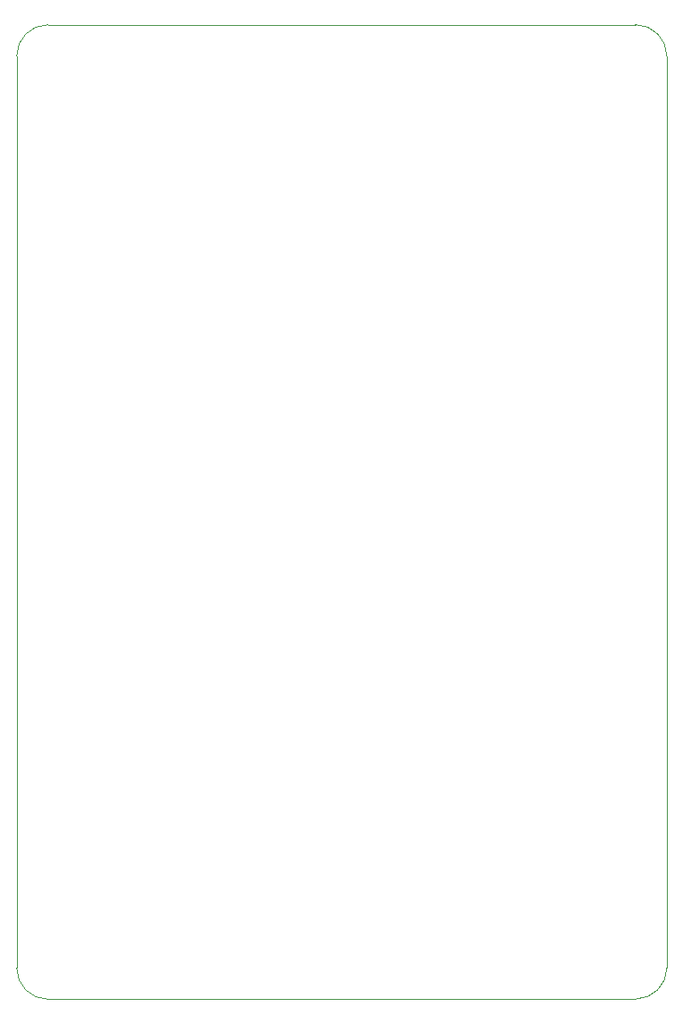
<source format=gm1>
G04 #@! TF.GenerationSoftware,KiCad,Pcbnew,8.0.8*
G04 #@! TF.CreationDate,2025-03-10T12:23:01-04:00*
G04 #@! TF.ProjectId,ground-receiver,67726f75-6e64-42d7-9265-636569766572,rev?*
G04 #@! TF.SameCoordinates,Original*
G04 #@! TF.FileFunction,Profile,NP*
%FSLAX46Y46*%
G04 Gerber Fmt 4.6, Leading zero omitted, Abs format (unit mm)*
G04 Created by KiCad (PCBNEW 8.0.8) date 2025-03-10 12:23:01*
%MOMM*%
%LPD*%
G01*
G04 APERTURE LIST*
G04 #@! TA.AperFunction,Profile*
%ADD10C,0.050000*%
G04 #@! TD*
G04 APERTURE END LIST*
D10*
X172500000Y-133178680D02*
G75*
G02*
X169500000Y-136178680I-3000000J0D01*
G01*
X110899999Y-46921319D02*
G75*
G02*
X113899999Y-43921299I3000001J19D01*
G01*
X172500000Y-133178687D02*
X172500000Y-46921319D01*
X113900000Y-136200000D02*
G75*
G02*
X110900000Y-133200000I0J3000000D01*
G01*
X113900000Y-136200000D02*
X169500000Y-136178680D01*
X169500001Y-43921319D02*
X113899999Y-43921319D01*
X110899999Y-46921319D02*
X110900000Y-133200000D01*
X169500001Y-43921319D02*
G75*
G02*
X172499981Y-46921319I-1J-2999981D01*
G01*
M02*

</source>
